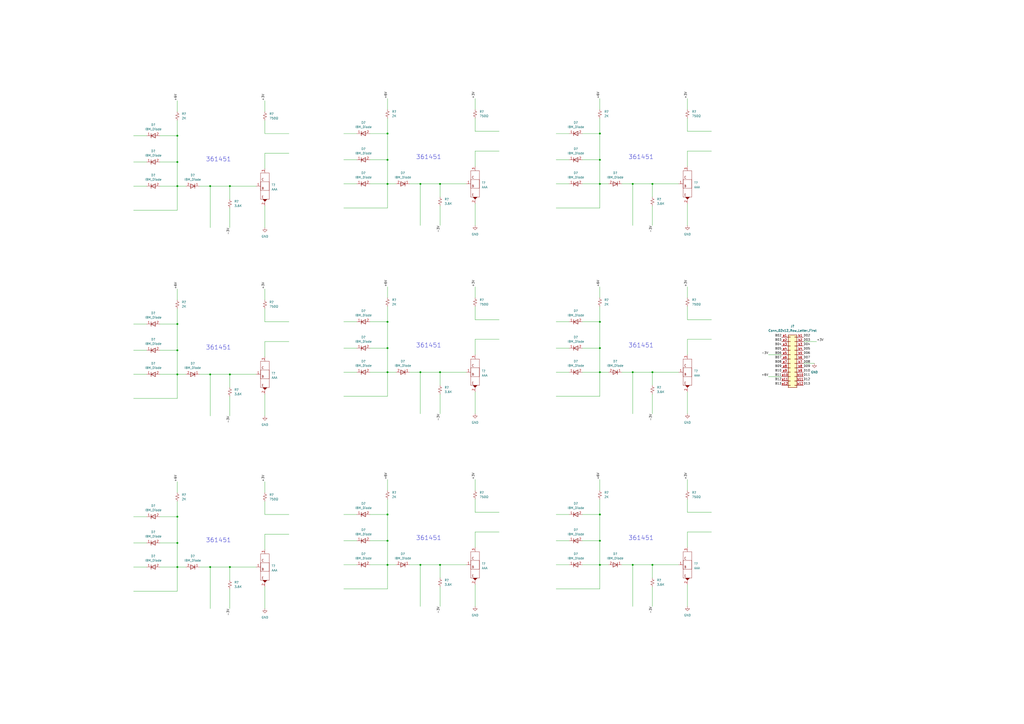
<source format=kicad_sch>
(kicad_sch (version 20211123) (generator eeschema)
  (paper "A2")
  (lib_symbols
    (symbol "Connector_Generic:Conn_02x12_Row_Letter_First" (pin_names (offset 1.016) hide)
      (property "Reference" "J" (at 1.27 15.24 0))
      (property "Value" "Conn_02x12_Row_Letter_First" (at 1.27 -17.78 0))
      (symbol "Conn_02x12_Row_Letter_First_1_1"
        (rectangle (start -1.27 -15.113) (end 0 -15.367) (stroke (width 0.1524)))
        (rectangle (start -1.27 -12.573) (end 0 -12.827) (stroke (width 0.1524)))
        (rectangle (start -1.27 -10.033) (end 0 -10.287) (stroke (width 0.1524)))
        (rectangle (start -1.27 -7.493) (end 0 -7.747) (stroke (width 0.1524)))
        (rectangle (start -1.27 -4.953) (end 0 -5.207) (stroke (width 0.1524)))
        (rectangle (start -1.27 -2.413) (end 0 -2.667) (stroke (width 0.1524)))
        (rectangle (start -1.27 0.127) (end 0 -0.127) (stroke (width 0.1524)))
        (rectangle (start -1.27 2.667) (end 0 2.413) (stroke (width 0.1524)))
        (rectangle (start -1.27 5.207) (end 0 4.953) (stroke (width 0.1524)))
        (rectangle (start -1.27 7.747) (end 0 7.493) (stroke (width 0.1524)))
        (rectangle (start -1.27 10.287) (end 0 10.033) (stroke (width 0.1524)))
        (rectangle (start -1.27 12.827) (end 0 12.573) (stroke (width 0.1524)))
        (rectangle (start -1.27 13.97) (end 3.81 -16.51) (stroke (width 0.254)) (fill (type background)))
        (rectangle (start 3.81 -15.113) (end 2.54 -15.367) (stroke (width 0.1524)))
        (rectangle (start 3.81 -12.573) (end 2.54 -12.827) (stroke (width 0.1524)))
        (rectangle (start 3.81 -10.033) (end 2.54 -10.287) (stroke (width 0.1524)))
        (rectangle (start 3.81 -7.493) (end 2.54 -7.747) (stroke (width 0.1524)))
        (rectangle (start 3.81 -4.953) (end 2.54 -5.207) (stroke (width 0.1524)))
        (rectangle (start 3.81 -2.413) (end 2.54 -2.667) (stroke (width 0.1524)))
        (rectangle (start 3.81 0.127) (end 2.54 -0.127) (stroke (width 0.1524)))
        (rectangle (start 3.81 2.667) (end 2.54 2.413) (stroke (width 0.1524)))
        (rectangle (start 3.81 5.207) (end 2.54 4.953) (stroke (width 0.1524)))
        (rectangle (start 3.81 7.747) (end 2.54 7.493) (stroke (width 0.1524)))
        (rectangle (start 3.81 10.287) (end 2.54 10.033) (stroke (width 0.1524)))
        (rectangle (start 3.81 12.827) (end 2.54 12.573) (stroke (width 0.1524)))
        (pin passive line (at -5.08 12.7 0) (length 3.81) (name "Pin_a1") (number "a1"))
        (pin passive line (at -5.08 -10.16 0) (length 3.81) (name "Pin_a10") (number "a10"))
        (pin passive line (at -5.08 -12.7 0) (length 3.81) (name "Pin_a11") (number "a11"))
        (pin passive line (at -5.08 -15.24 0) (length 3.81) (name "Pin_a12") (number "a12"))
        (pin passive line (at -5.08 10.16 0) (length 3.81) (name "Pin_a2") (number "a2"))
        (pin passive line (at -5.08 7.62 0) (length 3.81) (name "Pin_a3") (number "a3"))
        (pin passive line (at -5.08 5.08 0) (length 3.81) (name "Pin_a4") (number "a4"))
        (pin passive line (at -5.08 2.54 0) (length 3.81) (name "Pin_a5") (number "a5"))
        (pin passive line (at -5.08 0 0) (length 3.81) (name "Pin_a6") (number "a6"))
        (pin passive line (at -5.08 -2.54 0) (length 3.81) (name "Pin_a7") (number "a7"))
        (pin passive line (at -5.08 -5.08 0) (length 3.81) (name "Pin_a8") (number "a8"))
        (pin passive line (at -5.08 -7.62 0) (length 3.81) (name "Pin_a9") (number "a9"))
        (pin passive line (at 7.62 12.7 180) (length 3.81) (name "Pin_b1") (number "b1"))
        (pin passive line (at 7.62 -10.16 180) (length 3.81) (name "Pin_b10") (number "b10"))
        (pin passive line (at 7.62 -12.7 180) (length 3.81) (name "Pin_b11") (number "b11"))
        (pin passive line (at 7.62 -15.24 180) (length 3.81) (name "Pin_b12") (number "b12"))
        (pin passive line (at 7.62 10.16 180) (length 3.81) (name "Pin_b2") (number "b2"))
        (pin passive line (at 7.62 7.62 180) (length 3.81) (name "Pin_b3") (number "b3"))
        (pin passive line (at 7.62 5.08 180) (length 3.81) (name "Pin_b4") (number "b4"))
        (pin passive line (at 7.62 2.54 180) (length 3.81) (name "Pin_b5") (number "b5"))
        (pin passive line (at 7.62 0 180) (length 3.81) (name "Pin_b6") (number "b6"))
        (pin passive line (at 7.62 -2.54 180) (length 3.81) (name "Pin_b7") (number "b7"))
        (pin passive line (at 7.62 -5.08 180) (length 3.81) (name "Pin_b8") (number "b8"))
        (pin passive line (at 7.62 -7.62 180) (length 3.81) (name "Pin_b9") (number "b9"))
      )
    )
    (symbol "Device:R_Small_US" (pin_numbers hide) (pin_names (offset 0.254) hide)
      (property "Reference" "R" (at 0.762 0.508 0))
      (property "Value" "R_Small_US" (at 0.762 -1.016 0))
      (symbol "R_Small_US_1_1"
        (polyline (pts (xy 0 0) (xy 1.016 -0.381) (xy 0 -0.762) (xy -1.016 -1.143) (xy 0 -1.524)))
        (polyline (pts (xy 0 1.524) (xy 1.016 1.143) (xy 0 0.762) (xy -1.016 0.381) (xy 0 0)))
        (pin passive line (at 0 2.54 270) (length 1.016) (name "~") (number "1"))
        (pin passive line (at 0 -2.54 90) (length 1.016) (name "~") (number "2"))
      )
    )
    (symbol "IBM_SLT-SLD:IBM_Diode"
      (property "Reference" "D" (at 0 5.08 0))
      (property "Value" "IBM_Diode" (at 0 2.54 0))
      (symbol "IBM_Diode_0_1"
        (polyline (pts (xy -1.27 1.27) (xy -1.27 -1.27)) (stroke (width 0.254)))
        (polyline (pts (xy 1.27 0) (xy -1.27 0)))
        (polyline (pts (xy 1.27 1.27) (xy 1.27 -1.27) (xy -1.27 0) (xy 1.27 1.27)) (stroke (width 0.254)))
      )
      (symbol "IBM_Diode_1_1"
        (pin passive line (at -3.81 0 0) (length 2.54) (name "K") (number "1"))
        (pin passive line (at 3.81 0 180) (length 2.54) (name "A") (number "2"))
      )
    )
    (symbol "IBM_SLT-SLD:IBM_Transistor"
      (property "Reference" "T" (at 0 5.08 0))
      (property "Value" "IBM_Transistor" (at 7.62 8.89 0))
      (symbol "IBM_Transistor_0_0"
        (text "B" (at -1.27 -1.27 0) (effects (font (size 1.27 1.27))))
        (text "C" (at -1.27 3.81 0) (effects (font (size 1.27 1.27))))
        (text "E" (at -1.27 -6.35 0) (effects (font (size 1.27 1.27))))
      )
      (symbol "IBM_Transistor_0_1"
        (rectangle (start -2.54 2.54) (end 2.54 -2.54))
        (rectangle (start -2.54 7.62) (end 2.54 -7.62))
        (polyline (pts (xy -1.27 -7.62) (xy 0 -8.89) (xy 1.27 -7.62)) (fill (type outline)))
      )
      (symbol "IBM_Transistor_1_1"
        (pin passive line (at -5.08 0 0) (length 2.54) (name "B") (number "1"))
        (pin passive line (at 0 -11.43 90) (length 2.54) (name "E") (number "2"))
        (pin passive line (at 0 10.16 270) (length 2.54) (name "C") (number "3"))
      )
    )
    (symbol "power:GND" (power) (pin_names (offset 0))
      (property "Value" "GND" (at 0 -3.81 0))
      (symbol "GND_0_1"
        (polyline (pts (xy 0 0) (xy 0 -1.27) (xy 1.27 -1.27) (xy 0 -2.54) (xy -1.27 -1.27) (xy 0 -1.27)))
      )
      (symbol "GND_1_1"
        (pin power_in line (at 0 0 270) (length 0) hide (name "GND") (number "1"))
      )
    )
  )
  (junction (at 102.87 93.98))
  (junction (at 243.84 106.68))
  (junction (at 102.87 314.96))
  (junction (at 367.03 327.66))
  (junction (at 121.92 217.17))
  (junction (at 378.46 327.66))
  (junction (at 224.79 313.69))
  (junction (at 255.27 215.9))
  (junction (at 224.79 92.71))
  (junction (at 224.79 106.68))
  (junction (at 347.98 327.66))
  (junction (at 121.92 107.95))
  (junction (at 347.98 215.9))
  (junction (at 121.92 328.93))
  (junction (at 102.87 328.93))
  (junction (at 224.79 186.69))
  (junction (at 347.98 106.68))
  (junction (at 224.79 215.9))
  (junction (at 243.84 215.9))
  (junction (at 102.87 217.17))
  (junction (at 367.03 215.9))
  (junction (at 378.46 106.68))
  (junction (at 347.98 298.45))
  (junction (at 102.87 203.2))
  (junction (at 347.98 201.93))
  (junction (at 224.79 298.45))
  (junction (at 102.87 187.96))
  (junction (at 102.87 78.74))
  (junction (at 133.35 107.95))
  (junction (at 224.79 327.66))
  (junction (at 347.98 92.71))
  (junction (at 347.98 77.47))
  (junction (at 224.79 77.47))
  (junction (at 224.79 201.93))
  (junction (at 102.87 107.95))
  (junction (at 133.35 217.17))
  (junction (at 102.87 299.72))
  (junction (at 255.27 106.68))
  (junction (at 347.98 313.69))
  (junction (at 378.46 215.9))
  (junction (at 347.98 186.69))
  (junction (at 367.03 106.68))
  (junction (at 243.84 327.66))
  (junction (at 255.27 327.66))
  (junction (at 133.35 328.93))
  (wire (pts (xy 275.59 317.5) (xy 275.59 308.61)))
  (wire (pts (xy 275.59 339.09) (xy 275.59 351.79)))
  (wire (pts (xy 255.27 340.36) (xy 255.27 351.79)))
  (wire (pts (xy 322.58 313.69) (xy 330.2 313.69)))
  (wire (pts (xy 102.87 179.07) (xy 102.87 187.96)))
  (wire (pts (xy 153.67 318.77) (xy 153.67 309.88)))
  (wire (pts (xy 243.84 130.81) (xy 243.84 106.68)))
  (wire (pts (xy 255.27 228.6) (xy 255.27 240.03)))
  (wire (pts (xy 102.87 217.17) (xy 107.95 217.17)))
  (wire (pts (xy 102.87 78.74) (xy 92.71 78.74)))
  (wire (pts (xy 153.67 290.83) (xy 153.67 298.45)))
  (wire (pts (xy 153.67 179.07) (xy 153.67 186.69)))
  (wire (pts (xy 398.78 185.42) (xy 412.75 185.42)))
  (wire (pts (xy 199.39 341.63) (xy 224.79 341.63)))
  (wire (pts (xy 347.98 289.56) (xy 347.98 298.45)))
  (wire (pts (xy 398.78 87.63) (xy 412.75 87.63)))
  (wire (pts (xy 199.39 106.68) (xy 207.01 106.68)))
  (wire (pts (xy 224.79 289.56) (xy 224.79 298.45)))
  (wire (pts (xy 398.78 177.8) (xy 398.78 185.42)))
  (wire (pts (xy 199.39 215.9) (xy 207.01 215.9)))
  (wire (pts (xy 347.98 229.87) (xy 347.98 215.9)))
  (wire (pts (xy 224.79 201.93) (xy 214.63 201.93)))
  (wire (pts (xy 102.87 314.96) (xy 102.87 328.93)))
  (wire (pts (xy 466.09 210.82) (xy 472.44 210.82)))
  (wire (pts (xy 224.79 77.47) (xy 224.79 92.71)))
  (wire (pts (xy 347.98 201.93) (xy 347.98 215.9)))
  (wire (pts (xy 347.98 313.69) (xy 347.98 327.66)))
  (wire (pts (xy 237.49 106.68) (xy 243.84 106.68)))
  (wire (pts (xy 360.68 106.68) (xy 367.03 106.68)))
  (wire (pts (xy 255.27 106.68) (xy 270.51 106.68)))
  (wire (pts (xy 367.03 130.81) (xy 367.03 106.68)))
  (wire (pts (xy 398.78 278.13) (xy 398.78 284.48)))
  (wire (pts (xy 199.39 201.93) (xy 207.01 201.93)))
  (wire (pts (xy 199.39 298.45) (xy 207.01 298.45)))
  (wire (pts (xy 133.35 217.17) (xy 148.59 217.17)))
  (wire (pts (xy 224.79 177.8) (xy 224.79 186.69)))
  (wire (pts (xy 77.47 342.9) (xy 102.87 342.9)))
  (wire (pts (xy 347.98 177.8) (xy 347.98 186.69)))
  (wire (pts (xy 224.79 313.69) (xy 224.79 327.66)))
  (wire (pts (xy 275.59 118.11) (xy 275.59 130.81)))
  (wire (pts (xy 367.03 351.79) (xy 367.03 327.66)))
  (wire (pts (xy 77.47 187.96) (xy 85.09 187.96)))
  (wire (pts (xy 224.79 186.69) (xy 214.63 186.69)))
  (wire (pts (xy 255.27 215.9) (xy 255.27 223.52)))
  (wire (pts (xy 367.03 240.03) (xy 367.03 215.9)))
  (wire (pts (xy 255.27 119.38) (xy 255.27 130.81)))
  (wire (pts (xy 77.47 121.92) (xy 102.87 121.92)))
  (wire (pts (xy 199.39 92.71) (xy 207.01 92.71)))
  (wire (pts (xy 224.79 120.65) (xy 224.79 106.68)))
  (wire (pts (xy 224.79 77.47) (xy 214.63 77.47)))
  (wire (pts (xy 224.79 92.71) (xy 224.79 106.68)))
  (wire (pts (xy 133.35 107.95) (xy 133.35 115.57)))
  (wire (pts (xy 121.92 328.93) (xy 133.35 328.93)))
  (wire (pts (xy 398.78 96.52) (xy 398.78 87.63)))
  (wire (pts (xy 322.58 77.47) (xy 330.2 77.47)))
  (wire (pts (xy 275.59 196.85) (xy 289.56 196.85)))
  (wire (pts (xy 153.67 279.4) (xy 153.67 285.75)))
  (wire (pts (xy 347.98 106.68) (xy 353.06 106.68)))
  (wire (pts (xy 102.87 279.4) (xy 102.87 285.75)))
  (wire (pts (xy 102.87 93.98) (xy 102.87 107.95)))
  (wire (pts (xy 275.59 96.52) (xy 275.59 87.63)))
  (wire (pts (xy 153.67 186.69) (xy 167.64 186.69)))
  (wire (pts (xy 133.35 328.93) (xy 133.35 336.55)))
  (wire (pts (xy 92.71 107.95) (xy 102.87 107.95)))
  (wire (pts (xy 275.59 177.8) (xy 275.59 185.42)))
  (wire (pts (xy 77.47 328.93) (xy 85.09 328.93)))
  (wire (pts (xy 153.67 298.45) (xy 167.64 298.45)))
  (wire (pts (xy 243.84 351.79) (xy 243.84 327.66)))
  (wire (pts (xy 275.59 308.61) (xy 289.56 308.61)))
  (wire (pts (xy 153.67 58.42) (xy 153.67 64.77)))
  (wire (pts (xy 243.84 215.9) (xy 255.27 215.9)))
  (wire (pts (xy 102.87 203.2) (xy 92.71 203.2)))
  (wire (pts (xy 224.79 68.58) (xy 224.79 77.47)))
  (wire (pts (xy 224.79 92.71) (xy 214.63 92.71)))
  (wire (pts (xy 115.57 217.17) (xy 121.92 217.17)))
  (wire (pts (xy 347.98 298.45) (xy 337.82 298.45)))
  (wire (pts (xy 275.59 297.18) (xy 289.56 297.18)))
  (wire (pts (xy 347.98 92.71) (xy 337.82 92.71)))
  (wire (pts (xy 347.98 341.63) (xy 347.98 327.66)))
  (wire (pts (xy 378.46 327.66) (xy 393.7 327.66)))
  (wire (pts (xy 199.39 327.66) (xy 207.01 327.66)))
  (wire (pts (xy 153.67 88.9) (xy 167.64 88.9)))
  (wire (pts (xy 102.87 290.83) (xy 102.87 299.72)))
  (wire (pts (xy 398.78 196.85) (xy 412.75 196.85)))
  (wire (pts (xy 255.27 327.66) (xy 255.27 335.28)))
  (wire (pts (xy 347.98 298.45) (xy 347.98 313.69)))
  (wire (pts (xy 199.39 77.47) (xy 207.01 77.47)))
  (wire (pts (xy 224.79 278.13) (xy 224.79 284.48)))
  (wire (pts (xy 378.46 215.9) (xy 393.7 215.9)))
  (wire (pts (xy 214.63 327.66) (xy 224.79 327.66)))
  (wire (pts (xy 347.98 327.66) (xy 353.06 327.66)))
  (wire (pts (xy 133.35 328.93) (xy 148.59 328.93)))
  (wire (pts (xy 92.71 217.17) (xy 102.87 217.17)))
  (wire (pts (xy 153.67 198.12) (xy 167.64 198.12)))
  (wire (pts (xy 347.98 278.13) (xy 347.98 284.48)))
  (wire (pts (xy 347.98 186.69) (xy 347.98 201.93)))
  (wire (pts (xy 347.98 120.65) (xy 347.98 106.68)))
  (wire (pts (xy 322.58 186.69) (xy 330.2 186.69)))
  (wire (pts (xy 77.47 299.72) (xy 85.09 299.72)))
  (wire (pts (xy 275.59 76.2) (xy 289.56 76.2)))
  (wire (pts (xy 102.87 187.96) (xy 102.87 203.2)))
  (wire (pts (xy 121.92 107.95) (xy 133.35 107.95)))
  (wire (pts (xy 347.98 201.93) (xy 337.82 201.93)))
  (wire (pts (xy 133.35 120.65) (xy 133.35 132.08)))
  (wire (pts (xy 398.78 68.58) (xy 398.78 76.2)))
  (wire (pts (xy 224.79 57.15) (xy 224.79 63.5)))
  (wire (pts (xy 224.79 215.9) (xy 229.87 215.9)))
  (wire (pts (xy 153.67 167.64) (xy 153.67 173.99)))
  (wire (pts (xy 322.58 327.66) (xy 330.2 327.66)))
  (wire (pts (xy 224.79 341.63) (xy 224.79 327.66)))
  (wire (pts (xy 322.58 341.63) (xy 347.98 341.63)))
  (wire (pts (xy 121.92 353.06) (xy 121.92 328.93)))
  (wire (pts (xy 337.82 106.68) (xy 347.98 106.68)))
  (wire (pts (xy 243.84 327.66) (xy 255.27 327.66)))
  (wire (pts (xy 224.79 298.45) (xy 214.63 298.45)))
  (wire (pts (xy 121.92 132.08) (xy 121.92 107.95)))
  (wire (pts (xy 347.98 57.15) (xy 347.98 63.5)))
  (wire (pts (xy 378.46 215.9) (xy 378.46 223.52)))
  (wire (pts (xy 214.63 215.9) (xy 224.79 215.9)))
  (wire (pts (xy 347.98 313.69) (xy 337.82 313.69)))
  (wire (pts (xy 398.78 76.2) (xy 412.75 76.2)))
  (wire (pts (xy 92.71 328.93) (xy 102.87 328.93)))
  (wire (pts (xy 347.98 186.69) (xy 337.82 186.69)))
  (wire (pts (xy 243.84 240.03) (xy 243.84 215.9)))
  (wire (pts (xy 153.67 69.85) (xy 153.67 77.47)))
  (wire (pts (xy 102.87 187.96) (xy 92.71 187.96)))
  (wire (pts (xy 322.58 298.45) (xy 330.2 298.45)))
  (wire (pts (xy 322.58 92.71) (xy 330.2 92.71)))
  (wire (pts (xy 102.87 93.98) (xy 92.71 93.98)))
  (wire (pts (xy 275.59 278.13) (xy 275.59 284.48)))
  (wire (pts (xy 214.63 106.68) (xy 224.79 106.68)))
  (wire (pts (xy 378.46 340.36) (xy 378.46 351.79)))
  (wire (pts (xy 378.46 327.66) (xy 378.46 335.28)))
  (wire (pts (xy 466.09 198.12) (xy 473.71 198.12)))
  (wire (pts (xy 255.27 327.66) (xy 270.51 327.66)))
  (wire (pts (xy 199.39 229.87) (xy 224.79 229.87)))
  (wire (pts (xy 153.67 228.6) (xy 153.67 241.3)))
  (wire (pts (xy 153.67 97.79) (xy 153.67 88.9)))
  (wire (pts (xy 102.87 107.95) (xy 107.95 107.95)))
  (wire (pts (xy 367.03 215.9) (xy 378.46 215.9)))
  (wire (pts (xy 102.87 314.96) (xy 92.71 314.96)))
  (wire (pts (xy 153.67 207.01) (xy 153.67 198.12)))
  (wire (pts (xy 77.47 217.17) (xy 85.09 217.17)))
  (wire (pts (xy 224.79 327.66) (xy 229.87 327.66)))
  (wire (pts (xy 153.67 340.36) (xy 153.67 353.06)))
  (wire (pts (xy 237.49 327.66) (xy 243.84 327.66)))
  (wire (pts (xy 224.79 166.37) (xy 224.79 172.72)))
  (wire (pts (xy 360.68 327.66) (xy 367.03 327.66)))
  (wire (pts (xy 347.98 166.37) (xy 347.98 172.72)))
  (wire (pts (xy 337.82 215.9) (xy 347.98 215.9)))
  (wire (pts (xy 133.35 229.87) (xy 133.35 241.3)))
  (wire (pts (xy 102.87 231.14) (xy 102.87 217.17)))
  (wire (pts (xy 347.98 68.58) (xy 347.98 77.47)))
  (wire (pts (xy 77.47 78.74) (xy 85.09 78.74)))
  (wire (pts (xy 445.77 218.44) (xy 453.39 218.44)))
  (wire (pts (xy 275.59 68.58) (xy 275.59 76.2)))
  (wire (pts (xy 199.39 120.65) (xy 224.79 120.65)))
  (wire (pts (xy 224.79 298.45) (xy 224.79 313.69)))
  (wire (pts (xy 77.47 107.95) (xy 85.09 107.95)))
  (wire (pts (xy 398.78 317.5) (xy 398.78 308.61)))
  (wire (pts (xy 322.58 106.68) (xy 330.2 106.68)))
  (wire (pts (xy 133.35 217.17) (xy 133.35 224.79)))
  (wire (pts (xy 398.78 308.61) (xy 412.75 308.61)))
  (wire (pts (xy 347.98 92.71) (xy 347.98 106.68)))
  (wire (pts (xy 153.67 119.38) (xy 153.67 132.08)))
  (wire (pts (xy 275.59 205.74) (xy 275.59 196.85)))
  (wire (pts (xy 347.98 77.47) (xy 337.82 77.47)))
  (wire (pts (xy 102.87 299.72) (xy 92.71 299.72)))
  (wire (pts (xy 153.67 309.88) (xy 167.64 309.88)))
  (wire (pts (xy 398.78 118.11) (xy 398.78 130.81)))
  (wire (pts (xy 153.67 77.47) (xy 167.64 77.47)))
  (wire (pts (xy 275.59 87.63) (xy 289.56 87.63)))
  (wire (pts (xy 77.47 231.14) (xy 102.87 231.14)))
  (wire (pts (xy 398.78 205.74) (xy 398.78 196.85)))
  (wire (pts (xy 102.87 78.74) (xy 102.87 93.98)))
  (wire (pts (xy 398.78 166.37) (xy 398.78 172.72)))
  (wire (pts (xy 337.82 327.66) (xy 347.98 327.66)))
  (wire (pts (xy 102.87 58.42) (xy 102.87 64.77)))
  (wire (pts (xy 121.92 241.3) (xy 121.92 217.17)))
  (wire (pts (xy 224.79 106.68) (xy 229.87 106.68)))
  (wire (pts (xy 255.27 106.68) (xy 255.27 114.3)))
  (wire (pts (xy 398.78 57.15) (xy 398.78 63.5)))
  (wire (pts (xy 115.57 328.93) (xy 121.92 328.93)))
  (wire (pts (xy 322.58 120.65) (xy 347.98 120.65)))
  (wire (pts (xy 133.35 107.95) (xy 148.59 107.95)))
  (wire (pts (xy 77.47 203.2) (xy 85.09 203.2)))
  (wire (pts (xy 102.87 328.93) (xy 107.95 328.93)))
  (wire (pts (xy 398.78 227.33) (xy 398.78 240.03)))
  (wire (pts (xy 322.58 201.93) (xy 330.2 201.93)))
  (wire (pts (xy 102.87 121.92) (xy 102.87 107.95)))
  (wire (pts (xy 275.59 227.33) (xy 275.59 240.03)))
  (wire (pts (xy 224.79 313.69) (xy 214.63 313.69)))
  (wire (pts (xy 275.59 289.56) (xy 275.59 297.18)))
  (wire (pts (xy 322.58 215.9) (xy 330.2 215.9)))
  (wire (pts (xy 275.59 57.15) (xy 275.59 63.5)))
  (wire (pts (xy 102.87 203.2) (xy 102.87 217.17)))
  (wire (pts (xy 224.79 201.93) (xy 224.79 215.9)))
  (wire (pts (xy 255.27 215.9) (xy 270.51 215.9)))
  (wire (pts (xy 224.79 186.69) (xy 224.79 201.93)))
  (wire (pts (xy 121.92 217.17) (xy 133.35 217.17)))
  (wire (pts (xy 115.57 107.95) (xy 121.92 107.95)))
  (wire (pts (xy 367.03 327.66) (xy 378.46 327.66)))
  (wire (pts (xy 275.59 185.42) (xy 289.56 185.42)))
  (wire (pts (xy 133.35 341.63) (xy 133.35 353.06)))
  (wire (pts (xy 322.58 229.87) (xy 347.98 229.87)))
  (wire (pts (xy 360.68 215.9) (xy 367.03 215.9)))
  (wire (pts (xy 77.47 93.98) (xy 85.09 93.98)))
  (wire (pts (xy 347.98 77.47) (xy 347.98 92.71)))
  (wire (pts (xy 199.39 313.69) (xy 207.01 313.69)))
  (wire (pts (xy 102.87 167.64) (xy 102.87 173.99)))
  (wire (pts (xy 367.03 106.68) (xy 378.46 106.68)))
  (wire (pts (xy 398.78 297.18) (xy 412.75 297.18)))
  (wire (pts (xy 398.78 339.09) (xy 398.78 351.79)))
  (wire (pts (xy 102.87 342.9) (xy 102.87 328.93)))
  (wire (pts (xy 224.79 229.87) (xy 224.79 215.9)))
  (wire (pts (xy 237.49 215.9) (xy 243.84 215.9)))
  (wire (pts (xy 102.87 69.85) (xy 102.87 78.74)))
  (wire (pts (xy 77.47 314.96) (xy 85.09 314.96)))
  (wire (pts (xy 275.59 166.37) (xy 275.59 172.72)))
  (wire (pts (xy 243.84 106.68) (xy 255.27 106.68)))
  (wire (pts (xy 378.46 119.38) (xy 378.46 130.81)))
  (wire (pts (xy 378.46 106.68) (xy 393.7 106.68)))
  (wire (pts (xy 199.39 186.69) (xy 207.01 186.69)))
  (wire (pts (xy 445.77 205.74) (xy 453.39 205.74)))
  (wire (pts (xy 378.46 228.6) (xy 378.46 240.03)))
  (wire (pts (xy 102.87 299.72) (xy 102.87 314.96)))
  (wire (pts (xy 347.98 215.9) (xy 353.06 215.9)))
  (wire (pts (xy 378.46 106.68) (xy 378.46 114.3)))
  (wire (pts (xy 398.78 289.56) (xy 398.78 297.18)))
  (text "361451" (at 119.38 93.98 0) (effects (font (size 2.54 2.54)) (justify left bottom)))
  (text "361451" (at 241.3 201.93 0) (effects (font (size 2.54 2.54)) (justify left bottom)))
  (text "361451" (at 119.38 314.96 0) (effects (font (size 2.54 2.54)) (justify left bottom)))
  (text "361451" (at 364.49 201.93 0) (effects (font (size 2.54 2.54)) (justify left bottom)))
  (text "361451" (at 364.49 92.71 0) (effects (font (size 2.54 2.54)) (justify left bottom)))
  (text "361451" (at 364.49 313.69 0) (effects (font (size 2.54 2.54)) (justify left bottom)))
  (text "361451" (at 119.38 203.2 0) (effects (font (size 2.54 2.54)) (justify left bottom)))
  (text "361451" (at 241.3 92.71 0) (effects (font (size 2.54 2.54)) (justify left bottom)))
  (text "361451" (at 241.3 313.69 0) (effects (font (size 2.54 2.54)) (justify left bottom)))
  (label "+6V" (at 102.87 58.42 90))
  (label "+6V" (at 224.79 166.37 90))
  (label "+3V" (at 153.67 167.64 90))
  (label "-3V" (at 378.46 240.03 270))
  (label "+3V" (at 473.71 198.12 0))
  (label "-3V" (at 133.35 241.3 270))
  (label "+6V" (at 102.87 279.4 90))
  (label "-3V" (at 445.77 205.74 180))
  (label "D06" (at 466.09 205.74 0))
  (label "+6V" (at 445.77 218.44 180))
  (label "D13" (at 466.09 223.52 0))
  (label "D09" (at 466.09 213.36 0))
  (label "B12" (at 453.39 220.98 180))
  (label "B02" (at 453.39 195.58 180))
  (label "+6V" (at 347.98 57.15 90))
  (label "B11" (at 453.39 218.44 180))
  (label "D07" (at 466.09 208.28 0))
  (label "+6V" (at 224.79 278.13 90))
  (label "-3V" (at 133.35 353.06 270))
  (label "+3V" (at 275.59 57.15 90))
  (label "-3V" (at 255.27 240.03 270))
  (label "B10" (at 453.39 215.9 180))
  (label "-3V" (at 255.27 351.79 270))
  (label "B09" (at 453.39 213.36 180))
  (label "D02" (at 466.09 195.58 0))
  (label "B05" (at 453.39 203.2 180))
  (label "-3V" (at 255.27 130.81 270))
  (label "+3V" (at 398.78 57.15 90))
  (label "+6V" (at 347.98 278.13 90))
  (label "B04" (at 453.39 200.66 180))
  (label "+3V" (at 275.59 278.13 90))
  (label "D05" (at 466.09 203.2 0))
  (label "B13" (at 453.39 223.52 180))
  (label "+6V" (at 347.98 166.37 90))
  (label "D11" (at 466.09 218.44 0))
  (label "+3V" (at 153.67 58.42 90))
  (label "B08" (at 453.39 210.82 180))
  (label "+3V" (at 398.78 166.37 90))
  (label "-3V" (at 378.46 351.79 270))
  (label "+6V" (at 102.87 167.64 90))
  (label "D04" (at 466.09 200.66 0))
  (label "B03" (at 453.39 198.12 180))
  (label "+3V" (at 275.59 166.37 90))
  (label "+6V" (at 224.79 57.15 90))
  (label "B06" (at 453.39 205.74 180))
  (label "D12" (at 466.09 220.98 0))
  (label "D08" (at 466.09 210.82 0))
  (label "B07" (at 453.39 208.28 180))
  (label "D03" (at 466.09 198.12 0))
  (label "-3V" (at 133.35 132.08 270))
  (label "D10" (at 466.09 215.9 0))
  (label "+3V" (at 153.67 279.4 90))
  (label "+3V" (at 398.78 278.13 90))
  (label "-3V" (at 378.46 130.81 270))
  (symbol (lib_id "Device:R_Small_US") (at 153.67 67.31 0) (unit 1)
    (property "Reference" "R?" (at 156.21 66.0399 0) (effects (justify left)))
    (property "Value" "750Ω" (at 156.21 68.5799 0) (effects (justify left)))
    (property "Footprint" "Resistor_SMD:R_0201_0603Metric" (effects hide))
  )
  (symbol (lib_id "IBM_SLT-SLD:IBM_Diode") (at 334.01 298.45 0) (unit 1)
    (property "Reference" "D?" (at 334.01 292.1 0))
    (property "Value" "IBM_Diode" (at 334.01 294.64 0))
    (property "Footprint" "Diode_SMD:D_0201_0603Metric" (effects hide))
  )
  (symbol (lib_id "Device:R_Small_US") (at 347.98 175.26 0) (unit 1)
    (property "Reference" "R?" (at 350.52 173.9899 0) (effects (justify left)))
    (property "Value" "2K" (at 350.52 176.5299 0) (effects (justify left)))
    (property "Footprint" "Resistor_SMD:R_0201_0603Metric" (effects hide))
  )
  (symbol (lib_id "power:GND") (at 275.59 130.81 0) (unit 1)
    (property "Reference" "#PWR?" (effects hide))
    (property "Value" "GND" (at 275.59 135.89 0))
  )
  (symbol (lib_id "Device:R_Small_US") (at 133.35 118.11 0) (unit 1)
    (property "Reference" "R?" (at 135.89 116.8399 0) (effects (justify left)))
    (property "Value" "3.6K" (at 135.89 119.3799 0) (effects (justify left)))
    (property "Footprint" "Resistor_SMD:R_0201_0603Metric" (effects hide))
  )
  (symbol (lib_id "IBM_SLT-SLD:IBM_Diode") (at 210.82 92.71 0) (unit 1)
    (property "Reference" "D?" (at 210.82 86.36 0))
    (property "Value" "IBM_Diode" (at 210.82 88.9 0))
    (property "Footprint" "Diode_SMD:D_0201_0603Metric" (effects hide))
  )
  (symbol (lib_id "IBM_SLT-SLD:IBM_Diode") (at 210.82 77.47 0) (unit 1)
    (property "Reference" "D?" (at 210.82 71.12 0))
    (property "Value" "IBM_Diode" (at 210.82 73.66 0))
    (property "Footprint" "Diode_SMD:D_0201_0603Metric" (effects hide))
  )
  (symbol (lib_id "IBM_SLT-SLD:IBM_Diode") (at 111.76 217.17 180) (unit 1)
    (property "Reference" "D?" (at 111.76 210.82 0))
    (property "Value" "IBM_Diode" (at 111.76 213.36 0))
    (property "Footprint" "Diode_SMD:D_0201_0603Metric" (effects hide))
  )
  (symbol (lib_id "IBM_SLT-SLD:IBM_Diode") (at 334.01 327.66 0) (unit 1)
    (property "Reference" "D?" (at 334.01 321.31 0))
    (property "Value" "IBM_Diode" (at 334.01 323.85 0))
    (property "Footprint" "Diode_SMD:D_0201_0603Metric" (effects hide))
  )
  (symbol (lib_id "Device:R_Small_US") (at 275.59 66.04 0) (unit 1)
    (property "Reference" "R?" (at 278.13 64.7699 0) (effects (justify left)))
    (property "Value" "750Ω" (at 278.13 67.3099 0) (effects (justify left)))
    (property "Footprint" "Resistor_SMD:R_0201_0603Metric" (effects hide))
  )
  (symbol (lib_id "IBM_SLT-SLD:IBM_Diode") (at 88.9 299.72 0) (unit 1)
    (property "Reference" "D?" (at 88.9 293.37 0))
    (property "Value" "IBM_Diode" (at 88.9 295.91 0))
    (property "Footprint" "Diode_SMD:D_0201_0603Metric" (effects hide))
  )
  (symbol (lib_id "Device:R_Small_US") (at 102.87 67.31 0) (unit 1)
    (property "Reference" "R?" (at 105.41 66.0399 0) (effects (justify left)))
    (property "Value" "2K" (at 105.41 68.5799 0) (effects (justify left)))
    (property "Footprint" "Resistor_SMD:R_0201_0603Metric" (effects hide))
  )
  (symbol (lib_id "IBM_SLT-SLD:IBM_Diode") (at 356.87 106.68 180) (unit 1)
    (property "Reference" "D?" (at 356.87 100.33 0))
    (property "Value" "IBM_Diode" (at 356.87 102.87 0))
    (property "Footprint" "Diode_SMD:D_0201_0603Metric" (effects hide))
  )
  (symbol (lib_id "Device:R_Small_US") (at 398.78 287.02 0) (unit 1)
    (property "Reference" "R?" (at 401.32 285.7499 0) (effects (justify left)))
    (property "Value" "750Ω" (at 401.32 288.2899 0) (effects (justify left)))
    (property "Footprint" "Resistor_SMD:R_0201_0603Metric" (effects hide))
  )
  (symbol (lib_id "power:GND") (at 398.78 240.03 0) (unit 1)
    (property "Reference" "#PWR?" (effects hide))
    (property "Value" "GND" (at 398.78 245.11 0))
  )
  (symbol (lib_id "IBM_SLT-SLD:IBM_Transistor") (at 398.78 106.68 0) (unit 1)
    (property "Reference" "T?" (at 402.59 106.0449 0) (effects (justify left)))
    (property "Value" "AAA" (at 402.59 108.5849 0) (effects (justify left)))
    (property "Footprint" "Package_TO_SOT_SMD:SOT-883" (effects hide))
  )
  (symbol (lib_id "Device:R_Small_US") (at 255.27 226.06 0) (unit 1)
    (property "Reference" "R?" (at 257.81 224.7899 0) (effects (justify left)))
    (property "Value" "3.6K" (at 257.81 227.3299 0) (effects (justify left)))
    (property "Footprint" "Resistor_SMD:R_0201_0603Metric" (effects hide))
  )
  (symbol (lib_id "Device:R_Small_US") (at 398.78 175.26 0) (unit 1)
    (property "Reference" "R?" (at 401.32 173.9899 0) (effects (justify left)))
    (property "Value" "750Ω" (at 401.32 176.5299 0) (effects (justify left)))
    (property "Footprint" "Resistor_SMD:R_0201_0603Metric" (effects hide))
  )
  (symbol (lib_id "Device:R_Small_US") (at 153.67 288.29 0) (unit 1)
    (property "Reference" "R?" (at 156.21 287.0199 0) (effects (justify left)))
    (property "Value" "750Ω" (at 156.21 289.5599 0) (effects (justify left)))
    (property "Footprint" "Resistor_SMD:R_0201_0603Metric" (effects hide))
  )
  (symbol (lib_id "IBM_SLT-SLD:IBM_Diode") (at 233.68 215.9 180) (unit 1)
    (property "Reference" "D?" (at 233.68 209.55 0))
    (property "Value" "IBM_Diode" (at 233.68 212.09 0))
    (property "Footprint" "Diode_SMD:D_0201_0603Metric" (effects hide))
  )
  (symbol (lib_id "IBM_SLT-SLD:IBM_Transistor") (at 153.67 217.17 0) (unit 1)
    (property "Reference" "T?" (at 157.48 216.5349 0) (effects (justify left)))
    (property "Value" "AAA" (at 157.48 219.0749 0) (effects (justify left)))
    (property "Footprint" "Package_TO_SOT_SMD:SOT-883" (effects hide))
  )
  (symbol (lib_id "Device:R_Small_US") (at 153.67 176.53 0) (unit 1)
    (property "Reference" "R?" (at 156.21 175.2599 0) (effects (justify left)))
    (property "Value" "750Ω" (at 156.21 177.7999 0) (effects (justify left)))
    (property "Footprint" "Resistor_SMD:R_0201_0603Metric" (effects hide))
  )
  (symbol (lib_id "Device:R_Small_US") (at 347.98 287.02 0) (unit 1)
    (property "Reference" "R?" (at 350.52 285.7499 0) (effects (justify left)))
    (property "Value" "2K" (at 350.52 288.2899 0) (effects (justify left)))
    (property "Footprint" "Resistor_SMD:R_0201_0603Metric" (effects hide))
  )
  (symbol (lib_id "IBM_SLT-SLD:IBM_Diode") (at 88.9 328.93 0) (unit 1)
    (property "Reference" "D?" (at 88.9 322.58 0))
    (property "Value" "IBM_Diode" (at 88.9 325.12 0))
    (property "Footprint" "Diode_SMD:D_0201_0603Metric" (effects hide))
  )
  (symbol (lib_id "IBM_SLT-SLD:IBM_Diode") (at 334.01 77.47 0) (unit 1)
    (property "Reference" "D?" (at 334.01 71.12 0))
    (property "Value" "IBM_Diode" (at 334.01 73.66 0))
    (property "Footprint" "Diode_SMD:D_0201_0603Metric" (effects hide))
  )
  (symbol (lib_id "IBM_SLT-SLD:IBM_Transistor") (at 398.78 215.9 0) (unit 1)
    (property "Reference" "T?" (at 402.59 215.2649 0) (effects (justify left)))
    (property "Value" "AAA" (at 402.59 217.8049 0) (effects (justify left)))
    (property "Footprint" "Package_TO_SOT_SMD:SOT-883" (effects hide))
  )
  (symbol (lib_id "Device:R_Small_US") (at 378.46 226.06 0) (unit 1)
    (property "Reference" "R?" (at 381 224.7899 0) (effects (justify left)))
    (property "Value" "3.6K" (at 381 227.3299 0) (effects (justify left)))
    (property "Footprint" "Resistor_SMD:R_0201_0603Metric" (effects hide))
  )
  (symbol (lib_id "Device:R_Small_US") (at 378.46 337.82 0) (unit 1)
    (property "Reference" "R?" (at 381 336.5499 0) (effects (justify left)))
    (property "Value" "3.6K" (at 381 339.0899 0) (effects (justify left)))
    (property "Footprint" "Resistor_SMD:R_0201_0603Metric" (effects hide))
  )
  (symbol (lib_id "IBM_SLT-SLD:IBM_Transistor") (at 153.67 107.95 0) (unit 1)
    (property "Reference" "T?" (at 157.48 107.3149 0) (effects (justify left)))
    (property "Value" "AAA" (at 157.48 109.8549 0) (effects (justify left)))
    (property "Footprint" "Package_TO_SOT_SMD:SOT-883" (effects hide))
  )
  (symbol (lib_id "Device:R_Small_US") (at 398.78 66.04 0) (unit 1)
    (property "Reference" "R?" (at 401.32 64.7699 0) (effects (justify left)))
    (property "Value" "750Ω" (at 401.32 67.3099 0) (effects (justify left)))
    (property "Footprint" "Resistor_SMD:R_0201_0603Metric" (effects hide))
  )
  (symbol (lib_id "power:GND") (at 275.59 351.79 0) (unit 1)
    (property "Reference" "#PWR?" (effects hide))
    (property "Value" "GND" (at 275.59 356.87 0))
  )
  (symbol (lib_id "IBM_SLT-SLD:IBM_Diode") (at 210.82 313.69 0) (unit 1)
    (property "Reference" "D?" (at 210.82 307.34 0))
    (property "Value" "IBM_Diode" (at 210.82 309.88 0))
    (property "Footprint" "Diode_SMD:D_0201_0603Metric" (effects hide))
  )
  (symbol (lib_id "IBM_SLT-SLD:IBM_Diode") (at 334.01 313.69 0) (unit 1)
    (property "Reference" "D?" (at 334.01 307.34 0))
    (property "Value" "IBM_Diode" (at 334.01 309.88 0))
    (property "Footprint" "Diode_SMD:D_0201_0603Metric" (effects hide))
  )
  (symbol (lib_id "IBM_SLT-SLD:IBM_Diode") (at 233.68 106.68 180) (unit 1)
    (property "Reference" "D?" (at 233.68 100.33 0))
    (property "Value" "IBM_Diode" (at 233.68 102.87 0))
    (property "Footprint" "Diode_SMD:D_0201_0603Metric" (effects hide))
  )
  (symbol (lib_id "power:GND") (at 153.67 353.06 0) (unit 1)
    (property "Reference" "#PWR?" (effects hide))
    (property "Value" "GND" (at 153.67 358.14 0))
  )
  (symbol (lib_id "Device:R_Small_US") (at 255.27 116.84 0) (unit 1)
    (property "Reference" "R?" (at 257.81 115.5699 0) (effects (justify left)))
    (property "Value" "3.6K" (at 257.81 118.1099 0) (effects (justify left)))
    (property "Footprint" "Resistor_SMD:R_0201_0603Metric" (effects hide))
  )
  (symbol (lib_id "IBM_SLT-SLD:IBM_Transistor") (at 275.59 327.66 0) (unit 1)
    (property "Reference" "T?" (at 279.4 327.0249 0) (effects (justify left)))
    (property "Value" "AAA" (at 279.4 329.5649 0) (effects (justify left)))
    (property "Footprint" "Package_TO_SOT_SMD:SOT-883" (effects hide))
  )
  (symbol (lib_id "power:GND") (at 153.67 132.08 0) (unit 1)
    (property "Reference" "#PWR?" (effects hide))
    (property "Value" "GND" (at 153.67 137.16 0))
  )
  (symbol (lib_id "IBM_SLT-SLD:IBM_Diode") (at 210.82 298.45 0) (unit 1)
    (property "Reference" "D?" (at 210.82 292.1 0))
    (property "Value" "IBM_Diode" (at 210.82 294.64 0))
    (property "Footprint" "Diode_SMD:D_0201_0603Metric" (effects hide))
  )
  (symbol (lib_id "IBM_SLT-SLD:IBM_Diode") (at 88.9 314.96 0) (unit 1)
    (property "Reference" "D?" (at 88.9 308.61 0))
    (property "Value" "IBM_Diode" (at 88.9 311.15 0))
    (property "Footprint" "Diode_SMD:D_0201_0603Metric" (effects hide))
  )
  (symbol (lib_id "IBM_SLT-SLD:IBM_Transistor") (at 275.59 215.9 0) (unit 1)
    (property "Reference" "T?" (at 279.4 215.2649 0) (effects (justify left)))
    (property "Value" "AAA" (at 279.4 217.8049 0) (effects (justify left)))
    (property "Footprint" "Package_TO_SOT_SMD:SOT-883" (effects hide))
  )
  (symbol (lib_id "Device:R_Small_US") (at 275.59 175.26 0) (unit 1)
    (property "Reference" "R?" (at 278.13 173.9899 0) (effects (justify left)))
    (property "Value" "750Ω" (at 278.13 176.5299 0) (effects (justify left)))
    (property "Footprint" "Resistor_SMD:R_0201_0603Metric" (effects hide))
  )
  (symbol (lib_id "IBM_SLT-SLD:IBM_Diode") (at 233.68 327.66 180) (unit 1)
    (property "Reference" "D?" (at 233.68 321.31 0))
    (property "Value" "IBM_Diode" (at 233.68 323.85 0))
    (property "Footprint" "Diode_SMD:D_0201_0603Metric" (effects hide))
  )
  (symbol (lib_id "power:GND") (at 398.78 130.81 0) (unit 1)
    (property "Reference" "#PWR?" (effects hide))
    (property "Value" "GND" (at 398.78 135.89 0))
  )
  (symbol (lib_id "IBM_SLT-SLD:IBM_Diode") (at 88.9 217.17 0) (unit 1)
    (property "Reference" "D?" (at 88.9 210.82 0))
    (property "Value" "IBM_Diode" (at 88.9 213.36 0))
    (property "Footprint" "Diode_SMD:D_0201_0603Metric" (effects hide))
  )
  (symbol (lib_id "Device:R_Small_US") (at 224.79 287.02 0) (unit 1)
    (property "Reference" "R?" (at 227.33 285.7499 0) (effects (justify left)))
    (property "Value" "2K" (at 227.33 288.2899 0) (effects (justify left)))
    (property "Footprint" "Resistor_SMD:R_0201_0603Metric" (effects hide))
  )
  (symbol (lib_id "IBM_SLT-SLD:IBM_Diode") (at 88.9 187.96 0) (unit 1)
    (property "Reference" "D?" (at 88.9 181.61 0))
    (property "Value" "IBM_Diode" (at 88.9 184.15 0))
    (property "Footprint" "Diode_SMD:D_0201_0603Metric" (effects hide))
  )
  (symbol (lib_id "Device:R_Small_US") (at 133.35 339.09 0) (unit 1)
    (property "Reference" "R?" (at 135.89 337.8199 0) (effects (justify left)))
    (property "Value" "3.6K" (at 135.89 340.3599 0) (effects (justify left)))
    (property "Footprint" "Resistor_SMD:R_0201_0603Metric" (effects hide))
  )
  (symbol (lib_id "IBM_SLT-SLD:IBM_Diode") (at 356.87 327.66 180) (unit 1)
    (property "Reference" "D?" (at 356.87 321.31 0))
    (property "Value" "IBM_Diode" (at 356.87 323.85 0))
    (property "Footprint" "Diode_SMD:D_0201_0603Metric" (effects hide))
  )
  (symbol (lib_id "Device:R_Small_US") (at 347.98 66.04 0) (unit 1)
    (property "Reference" "R?" (at 350.52 64.7699 0) (effects (justify left)))
    (property "Value" "2K" (at 350.52 67.3099 0) (effects (justify left)))
    (property "Footprint" "Resistor_SMD:R_0201_0603Metric" (effects hide))
  )
  (symbol (lib_id "IBM_SLT-SLD:IBM_Diode") (at 210.82 106.68 0) (unit 1)
    (property "Reference" "D?" (at 210.82 100.33 0))
    (property "Value" "IBM_Diode" (at 210.82 102.87 0))
    (property "Footprint" "Diode_SMD:D_0201_0603Metric" (effects hide))
  )
  (symbol (lib_id "Device:R_Small_US") (at 224.79 175.26 0) (unit 1)
    (property "Reference" "R?" (at 227.33 173.9899 0) (effects (justify left)))
    (property "Value" "2K" (at 227.33 176.5299 0) (effects (justify left)))
    (property "Footprint" "Resistor_SMD:R_0201_0603Metric" (effects hide))
  )
  (symbol (lib_id "power:GND") (at 472.44 210.82 0) (unit 1)
    (property "Reference" "#PWR?" (effects hide))
    (property "Value" "GND" (at 472.44 215.9 0))
  )
  (symbol (lib_id "IBM_SLT-SLD:IBM_Diode") (at 88.9 203.2 0) (unit 1)
    (property "Reference" "D?" (at 88.9 196.85 0))
    (property "Value" "IBM_Diode" (at 88.9 199.39 0))
    (property "Footprint" "Diode_SMD:D_0201_0603Metric" (effects hide))
  )
  (symbol (lib_id "IBM_SLT-SLD:IBM_Diode") (at 210.82 327.66 0) (unit 1)
    (property "Reference" "D?" (at 210.82 321.31 0))
    (property "Value" "IBM_Diode" (at 210.82 323.85 0))
    (property "Footprint" "Diode_SMD:D_0201_0603Metric" (effects hide))
  )
  (symbol (lib_id "IBM_SLT-SLD:IBM_Diode") (at 334.01 201.93 0) (unit 1)
    (property "Reference" "D?" (at 334.01 195.58 0))
    (property "Value" "IBM_Diode" (at 334.01 198.12 0))
    (property "Footprint" "Diode_SMD:D_0201_0603Metric" (effects hide))
  )
  (symbol (lib_id "IBM_SLT-SLD:IBM_Diode") (at 356.87 215.9 180) (unit 1)
    (property "Reference" "D?" (at 356.87 209.55 0))
    (property "Value" "IBM_Diode" (at 356.87 212.09 0))
    (property "Footprint" "Diode_SMD:D_0201_0603Metric" (effects hide))
  )
  (symbol (lib_id "IBM_SLT-SLD:IBM_Diode") (at 111.76 107.95 180) (unit 1)
    (property "Reference" "D?" (at 111.76 101.6 0))
    (property "Value" "IBM_Diode" (at 111.76 104.14 0))
    (property "Footprint" "Diode_SMD:D_0201_0603Metric" (effects hide))
  )
  (symbol (lib_id "Device:R_Small_US") (at 275.59 287.02 0) (unit 1)
    (property "Reference" "R?" (at 278.13 285.7499 0) (effects (justify left)))
    (property "Value" "750Ω" (at 278.13 288.2899 0) (effects (justify left)))
    (property "Footprint" "Resistor_SMD:R_0201_0603Metric" (effects hide))
  )
  (symbol (lib_id "IBM_SLT-SLD:IBM_Diode") (at 210.82 186.69 0) (unit 1)
    (property "Reference" "D?" (at 210.82 180.34 0))
    (property "Value" "IBM_Diode" (at 210.82 182.88 0))
    (property "Footprint" "Diode_SMD:D_0201_0603Metric" (effects hide))
  )
  (symbol (lib_id "IBM_SLT-SLD:IBM_Diode") (at 334.01 106.68 0) (unit 1)
    (property "Reference" "D?" (at 334.01 100.33 0))
    (property "Value" "IBM_Diode" (at 334.01 102.87 0))
    (property "Footprint" "Diode_SMD:D_0201_0603Metric" (effects hide))
  )
  (symbol (lib_id "IBM_SLT-SLD:IBM_Diode") (at 334.01 215.9 0) (unit 1)
    (property "Reference" "D?" (at 334.01 209.55 0))
    (property "Value" "IBM_Diode" (at 334.01 212.09 0))
    (property "Footprint" "Diode_SMD:D_0201_0603Metric" (effects hide))
  )
  (symbol (lib_id "power:GND") (at 398.78 351.79 0) (unit 1)
    (property "Reference" "#PWR?" (effects hide))
    (property "Value" "GND" (at 398.78 356.87 0))
  )
  (symbol (lib_id "IBM_SLT-SLD:IBM_Transistor") (at 398.78 327.66 0) (unit 1)
    (property "Reference" "T?" (at 402.59 327.0249 0) (effects (justify left)))
    (property "Value" "AAA" (at 402.59 329.5649 0) (effects (justify left)))
    (property "Footprint" "Package_TO_SOT_SMD:SOT-883" (effects hide))
  )
  (symbol (lib_id "IBM_SLT-SLD:IBM_Diode") (at 88.9 107.95 0) (unit 1)
    (property "Reference" "D?" (at 88.9 101.6 0))
    (property "Value" "IBM_Diode" (at 88.9 104.14 0))
    (property "Footprint" "Diode_SMD:D_0201_0603Metric" (effects hide))
  )
  (symbol (lib_id "IBM_SLT-SLD:IBM_Diode") (at 210.82 201.93 0) (unit 1)
    (property "Reference" "D?" (at 210.82 195.58 0))
    (property "Value" "IBM_Diode" (at 210.82 198.12 0))
    (property "Footprint" "Diode_SMD:D_0201_0603Metric" (effects hide))
  )
  (symbol (lib_id "IBM_SLT-SLD:IBM_Diode") (at 111.76 328.93 180) (unit 1)
    (property "Reference" "D?" (at 111.76 322.58 0))
    (property "Value" "IBM_Diode" (at 111.76 325.12 0))
    (property "Footprint" "Diode_SMD:D_0201_0603Metric" (effects hide))
  )
  (symbol (lib_id "Device:R_Small_US") (at 133.35 227.33 0) (unit 1)
    (property "Reference" "R?" (at 135.89 226.0599 0) (effects (justify left)))
    (property "Value" "3.6K" (at 135.89 228.5999 0) (effects (justify left)))
    (property "Footprint" "Resistor_SMD:R_0201_0603Metric" (effects hide))
  )
  (symbol (lib_id "Device:R_Small_US") (at 102.87 288.29 0) (unit 1)
    (property "Reference" "R?" (at 105.41 287.0199 0) (effects (justify left)))
    (property "Value" "2K" (at 105.41 289.5599 0) (effects (justify left)))
    (property "Footprint" "Resistor_SMD:R_0201_0603Metric" (effects hide))
  )
  (symbol (lib_id "Connector_Generic:Conn_02x12_Row_Letter_First") (at 458.47 208.28 0) (unit 1)
    (property "Reference" "J?" (at 459.74 189.23 0))
    (property "Value" "Conn_02x12_Row_Letter_First" (at 459.74 191.77 0))
  )
  (symbol (lib_id "IBM_SLT-SLD:IBM_Diode") (at 88.9 93.98 0) (unit 1)
    (property "Reference" "D?" (at 88.9 87.63 0))
    (property "Value" "IBM_Diode" (at 88.9 90.17 0))
    (property "Footprint" "Diode_SMD:D_0201_0603Metric" (effects hide))
  )
  (symbol (lib_id "IBM_SLT-SLD:IBM_Transistor") (at 275.59 106.68 0) (unit 1)
    (property "Reference" "T?" (at 279.4 106.0449 0) (effects (justify left)))
    (property "Value" "AAA" (at 279.4 108.5849 0) (effects (justify left)))
    (property "Footprint" "Package_TO_SOT_SMD:SOT-883" (effects hide))
  )
  (symbol (lib_id "Device:R_Small_US") (at 224.79 66.04 0) (unit 1)
    (property "Reference" "R?" (at 227.33 64.7699 0) (effects (justify left)))
    (property "Value" "2K" (at 227.33 67.3099 0) (effects (justify left)))
    (property "Footprint" "Resistor_SMD:R_0201_0603Metric" (effects hide))
  )
  (symbol (lib_id "IBM_SLT-SLD:IBM_Diode") (at 88.9 78.74 0) (unit 1)
    (property "Reference" "D?" (at 88.9 72.39 0))
    (property "Value" "IBM_Diode" (at 88.9 74.93 0))
    (property "Footprint" "Diode_SMD:D_0201_0603Metric" (effects hide))
  )
  (symbol (lib_id "IBM_SLT-SLD:IBM_Diode") (at 210.82 215.9 0) (unit 1)
    (property "Reference" "D?" (at 210.82 209.55 0))
    (property "Value" "IBM_Diode" (at 210.82 212.09 0))
    (property "Footprint" "Diode_SMD:D_0201_0603Metric" (effects hide))
  )
  (symbol (lib_id "Device:R_Small_US") (at 378.46 116.84 0) (unit 1)
    (property "Reference" "R?" (at 381 115.5699 0) (effects (justify left)))
    (property "Value" "3.6K" (at 381 118.1099 0) (effects (justify left)))
    (property "Footprint" "Resistor_SMD:R_0201_0603Metric" (effects hide))
  )
  (symbol (lib_id "Device:R_Small_US") (at 255.27 337.82 0) (unit 1)
    (property "Reference" "R?" (at 257.81 336.5499 0) (effects (justify left)))
    (property "Value" "3.6K" (at 257.81 339.0899 0) (effects (justify left)))
    (property "Footprint" "Resistor_SMD:R_0201_0603Metric" (effects hide))
  )
  (symbol (lib_id "power:GND") (at 275.59 240.03 0) (unit 1)
    (property "Reference" "#PWR?" (effects hide))
    (property "Value" "GND" (at 275.59 245.11 0))
  )
  (symbol (lib_id "IBM_SLT-SLD:IBM_Diode") (at 334.01 92.71 0) (unit 1)
    (property "Reference" "D?" (at 334.01 86.36 0))
    (property "Value" "IBM_Diode" (at 334.01 88.9 0))
    (property "Footprint" "Diode_SMD:D_0201_0603Metric" (effects hide))
  )
  (symbol (lib_id "IBM_SLT-SLD:IBM_Transistor") (at 153.67 328.93 0) (unit 1)
    (property "Reference" "T?" (at 157.48 328.2949 0) (effects (justify left)))
    (property "Value" "AAA" (at 157.48 330.8349 0) (effects (justify left)))
    (property "Footprint" "Package_TO_SOT_SMD:SOT-883" (effects hide))
  )
  (symbol (lib_id "power:GND") (at 153.67 241.3 0) (unit 1)
    (property "Reference" "#PWR?" (effects hide))
    (property "Value" "GND" (at 153.67 246.38 0))
  )
  (symbol (lib_id "IBM_SLT-SLD:IBM_Diode") (at 334.01 186.69 0) (unit 1)
    (property "Reference" "D?" (at 334.01 180.34 0))
    (property "Value" "IBM_Diode" (at 334.01 182.88 0))
    (property "Footprint" "Diode_SMD:D_0201_0603Metric" (effects hide))
  )
  (symbol (lib_id "Device:R_Small_US") (at 102.87 176.53 0) (unit 1)
    (property "Reference" "R?" (at 105.41 175.2599 0) (effects (justify left)))
    (property "Value" "2K" (at 105.41 177.7999 0) (effects (justify left)))
    (property "Footprint" "Resistor_SMD:R_0201_0603Metric" (effects hide))
  )
)
</source>
